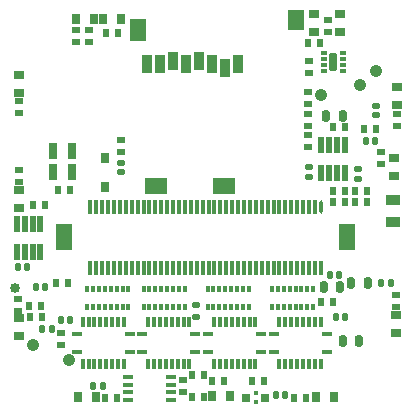
<source format=gbp>
G04 Layer_Color=128*
%FSLAX42Y42*%
%MOMM*%
G71*
G01*
G75*
%ADD65R,0.46X0.46*%
%ADD106R,0.56X0.66*%
%ADD107R,0.66X0.56*%
%ADD112R,0.66X0.66*%
G04:AMPARAMS|DCode=118|XSize=0.66mm|YSize=0.97mm|CornerRadius=0.18mm|HoleSize=0mm|Usage=FLASHONLY|Rotation=180.000|XOffset=0mm|YOffset=0mm|HoleType=Round|Shape=RoundedRectangle|*
%AMROUNDEDRECTD118*
21,1,0.66,0.61,0,0,180.0*
21,1,0.30,0.97,0,0,180.0*
1,1,0.36,-0.15,0.30*
1,1,0.36,0.15,0.30*
1,1,0.36,0.15,-0.30*
1,1,0.36,-0.15,-0.30*
%
%ADD118ROUNDEDRECTD118*%
G04:AMPARAMS|DCode=120|XSize=0.56mm|YSize=0.66mm|CornerRadius=0.15mm|HoleSize=0mm|Usage=FLASHONLY|Rotation=90.000|XOffset=0mm|YOffset=0mm|HoleType=Round|Shape=RoundedRectangle|*
%AMROUNDEDRECTD120*
21,1,0.56,0.36,0,0,90.0*
21,1,0.25,0.66,0,0,90.0*
1,1,0.30,0.18,0.13*
1,1,0.30,0.18,-0.13*
1,1,0.30,-0.18,-0.13*
1,1,0.30,-0.18,0.13*
%
%ADD120ROUNDEDRECTD120*%
G04:AMPARAMS|DCode=121|XSize=0.56mm|YSize=0.66mm|CornerRadius=0.15mm|HoleSize=0mm|Usage=FLASHONLY|Rotation=0.000|XOffset=0mm|YOffset=0mm|HoleType=Round|Shape=RoundedRectangle|*
%AMROUNDEDRECTD121*
21,1,0.56,0.36,0,0,0.0*
21,1,0.25,0.66,0,0,0.0*
1,1,0.30,0.13,-0.18*
1,1,0.30,-0.13,-0.18*
1,1,0.30,-0.13,0.18*
1,1,0.30,0.13,0.18*
%
%ADD121ROUNDEDRECTD121*%
%ADD124R,0.43X0.56*%
%ADD125R,0.30X0.56*%
G04:AMPARAMS|DCode=133|XSize=0.76mm|YSize=1.37mm|CornerRadius=0.2mm|HoleSize=0mm|Usage=FLASHONLY|Rotation=0.000|XOffset=0mm|YOffset=0mm|HoleType=Round|Shape=RoundedRectangle|*
%AMROUNDEDRECTD133*
21,1,0.76,0.97,0,0,0.0*
21,1,0.36,1.37,0,0,0.0*
1,1,0.41,0.18,-0.48*
1,1,0.41,-0.18,-0.48*
1,1,0.41,-0.18,0.48*
1,1,0.41,0.18,0.48*
%
%ADD133ROUNDEDRECTD133*%
%ADD134R,0.56X0.36*%
G04:AMPARAMS|DCode=135|XSize=0.56mm|YSize=0.36mm|CornerRadius=0.09mm|HoleSize=0mm|Usage=FLASHONLY|Rotation=0.000|XOffset=0mm|YOffset=0mm|HoleType=Round|Shape=RoundedRectangle|*
%AMROUNDEDRECTD135*
21,1,0.56,0.18,0,0,0.0*
21,1,0.39,0.36,0,0,0.0*
1,1,0.17,0.19,-0.09*
1,1,0.17,-0.19,-0.09*
1,1,0.17,-0.19,0.09*
1,1,0.17,0.19,0.09*
%
%ADD135ROUNDEDRECTD135*%
G04:AMPARAMS|DCode=136|XSize=0.76mm|YSize=1.47mm|CornerRadius=0.17mm|HoleSize=0mm|Usage=FLASHONLY|Rotation=0.000|XOffset=0mm|YOffset=0mm|HoleType=Round|Shape=RoundedRectangle|*
%AMROUNDEDRECTD136*
21,1,0.76,1.14,0,0,0.0*
21,1,0.43,1.47,0,0,0.0*
1,1,0.34,0.21,-0.57*
1,1,0.34,-0.21,-0.57*
1,1,0.34,-0.21,0.57*
1,1,0.34,0.21,0.57*
%
%ADD136ROUNDEDRECTD136*%
G04:AMPARAMS|DCode=160|XSize=1.07mm|YSize=1.07mm|CornerRadius=0.53mm|HoleSize=0mm|Usage=FLASHONLY|Rotation=180.000|XOffset=0mm|YOffset=0mm|HoleType=Round|Shape=RoundedRectangle|*
%AMROUNDEDRECTD160*
21,1,1.07,0.00,0,0,180.0*
21,1,0.00,1.07,0,0,180.0*
1,1,1.07,0.00,0.00*
1,1,1.07,0.00,0.00*
1,1,1.07,0.00,0.00*
1,1,1.07,0.00,0.00*
%
%ADD160ROUNDEDRECTD160*%
G04:AMPARAMS|DCode=161|XSize=0.85mm|YSize=0.85mm|CornerRadius=0.43mm|HoleSize=0mm|Usage=FLASHONLY|Rotation=180.000|XOffset=0mm|YOffset=0mm|HoleType=Round|Shape=RoundedRectangle|*
%AMROUNDEDRECTD161*
21,1,0.85,0.00,0,0,180.0*
21,1,0.00,0.85,0,0,180.0*
1,1,0.85,0.00,0.00*
1,1,0.85,0.00,0.00*
1,1,0.85,0.00,0.00*
1,1,0.85,0.00,0.00*
%
%ADD161ROUNDEDRECTD161*%
G04:AMPARAMS|DCode=162|XSize=1.07mm|YSize=1.07mm|CornerRadius=0.53mm|HoleSize=0mm|Usage=FLASHONLY|Rotation=90.000|XOffset=0mm|YOffset=0mm|HoleType=Round|Shape=RoundedRectangle|*
%AMROUNDEDRECTD162*
21,1,1.07,0.00,0,0,90.0*
21,1,0.00,1.07,0,0,90.0*
1,1,1.07,0.00,0.00*
1,1,1.07,0.00,0.00*
1,1,1.07,0.00,0.00*
1,1,1.07,0.00,0.00*
%
%ADD162ROUNDEDRECTD162*%
%ADD163R,0.91X0.36*%
%ADD164R,0.36X0.91*%
%ADD165R,1.47X1.96*%
%ADD166R,1.85X1.47*%
%ADD167R,1.47X1.66*%
%ADD168R,0.86X1.57*%
%ADD169R,0.91X0.41*%
%ADD170R,0.66X0.97*%
%ADD171R,0.97X0.66*%
%ADD172R,1.27X0.86*%
%ADD173R,0.30X1.17*%
%ADD174R,1.47X2.16*%
G04:AMPARAMS|DCode=175|XSize=0.3mm|YSize=1.17mm|CornerRadius=0.15mm|HoleSize=0mm|Usage=FLASHONLY|Rotation=180.000|XOffset=0mm|YOffset=0mm|HoleType=Round|Shape=RoundedRectangle|*
%AMROUNDEDRECTD175*
21,1,0.30,0.86,0,0,180.0*
21,1,0.00,1.17,0,0,180.0*
1,1,0.30,0.00,0.43*
1,1,0.30,0.00,0.43*
1,1,0.30,0.00,-0.43*
1,1,0.30,0.00,-0.43*
%
%ADD175ROUNDEDRECTD175*%
%ADD176R,0.48X1.37*%
%ADD177R,0.66X0.86*%
D65*
X4696Y2954D02*
D03*
Y2873D02*
D03*
D106*
X3533Y5997D02*
D03*
X3432D02*
D03*
X5616Y5184D02*
D03*
X5717D02*
D03*
X3523Y2908D02*
D03*
X3422D02*
D03*
X4155Y2916D02*
D03*
X4256D02*
D03*
X5022Y2908D02*
D03*
X5122D02*
D03*
X5349Y4661D02*
D03*
X5450D02*
D03*
X5349Y4572D02*
D03*
X5450D02*
D03*
X5641D02*
D03*
X5541D02*
D03*
X5641Y4661D02*
D03*
X5541D02*
D03*
X2812Y4544D02*
D03*
X2913D02*
D03*
X5352Y5204D02*
D03*
X5453D02*
D03*
X4666Y3056D02*
D03*
X4767D02*
D03*
X2781Y3691D02*
D03*
X2882D02*
D03*
X5143Y5916D02*
D03*
X5244D02*
D03*
X4156Y3101D02*
D03*
X4257D02*
D03*
X2883Y3599D02*
D03*
X2782D02*
D03*
X4326Y3053D02*
D03*
X4426D02*
D03*
X3122Y4671D02*
D03*
X3021D02*
D03*
X3106Y3884D02*
D03*
X3006D02*
D03*
X5352Y3721D02*
D03*
X5251D02*
D03*
D107*
X3051Y3356D02*
D03*
X3051Y3457D02*
D03*
X5311Y6109D02*
D03*
Y6008D02*
D03*
X2690Y5326D02*
D03*
Y5427D02*
D03*
Y4839D02*
D03*
Y4738D02*
D03*
X2680Y3752D02*
D03*
Y3651D02*
D03*
X5880Y3782D02*
D03*
Y3681D02*
D03*
X5753Y4991D02*
D03*
Y4890D02*
D03*
X5890Y5215D02*
D03*
Y5315D02*
D03*
X3178Y6027D02*
D03*
Y5927D02*
D03*
X4084Y2960D02*
D03*
Y3061D02*
D03*
X3289Y6027D02*
D03*
Y5927D02*
D03*
X5138Y5499D02*
D03*
Y5398D02*
D03*
Y5133D02*
D03*
Y5033D02*
D03*
Y5316D02*
D03*
Y5215D02*
D03*
X5149Y5763D02*
D03*
Y5662D02*
D03*
X3553Y5095D02*
D03*
Y4994D02*
D03*
D112*
X4615Y2913D02*
D03*
X4776D02*
D03*
D118*
X5645Y3884D02*
D03*
X5505D02*
D03*
X5412Y3853D02*
D03*
X5272D02*
D03*
X5574Y3396D02*
D03*
X5434D02*
D03*
X5432Y5296D02*
D03*
X5292D02*
D03*
D120*
X5565Y4768D02*
D03*
Y4848D02*
D03*
X5718Y5384D02*
D03*
Y5304D02*
D03*
X4194Y3600D02*
D03*
Y3700D02*
D03*
X5144Y4863D02*
D03*
Y4783D02*
D03*
X3553Y4822D02*
D03*
Y4902D02*
D03*
D121*
X5707Y5083D02*
D03*
X5627D02*
D03*
X5839Y3884D02*
D03*
X5759D02*
D03*
X5402Y3955D02*
D03*
X5322D02*
D03*
X2680Y4016D02*
D03*
X2760D02*
D03*
X3400Y3010D02*
D03*
X3320D02*
D03*
X3046Y3569D02*
D03*
X3126D02*
D03*
X2971Y3498D02*
D03*
X2891D02*
D03*
X5373Y3599D02*
D03*
X5453D02*
D03*
X2913Y3853D02*
D03*
X2833D02*
D03*
X4865Y2939D02*
D03*
X4945D02*
D03*
D124*
X5184Y3833D02*
D03*
X4834D02*
D03*
Y3682D02*
D03*
X5184D02*
D03*
X4640Y3833D02*
D03*
X4290D02*
D03*
Y3682D02*
D03*
X4640D02*
D03*
X3619Y3835D02*
D03*
X3269D02*
D03*
Y3684D02*
D03*
X3619D02*
D03*
X4097Y3835D02*
D03*
X3747D02*
D03*
Y3684D02*
D03*
X4097D02*
D03*
D125*
X5134Y3833D02*
D03*
X5084D02*
D03*
X5034D02*
D03*
X4983D02*
D03*
X4933D02*
D03*
X4882D02*
D03*
Y3682D02*
D03*
X4933D02*
D03*
X4983D02*
D03*
X5034D02*
D03*
X5084D02*
D03*
X5134D02*
D03*
X4590Y3833D02*
D03*
X4540D02*
D03*
X4490D02*
D03*
X4440D02*
D03*
X4389D02*
D03*
X4338D02*
D03*
Y3682D02*
D03*
X4389D02*
D03*
X4440D02*
D03*
X4490D02*
D03*
X4540D02*
D03*
X4590D02*
D03*
X3569Y3835D02*
D03*
X3519D02*
D03*
X3469D02*
D03*
X3419D02*
D03*
X3368D02*
D03*
X3317D02*
D03*
Y3684D02*
D03*
X3368D02*
D03*
X3419D02*
D03*
X3469D02*
D03*
X3519D02*
D03*
X3569D02*
D03*
X4047Y3835D02*
D03*
X3997D02*
D03*
X3947D02*
D03*
X3896D02*
D03*
X3846D02*
D03*
X3795D02*
D03*
Y3684D02*
D03*
X3846D02*
D03*
X3896D02*
D03*
X3947D02*
D03*
X3997D02*
D03*
X4047D02*
D03*
D133*
X2983Y5004D02*
D03*
X3143Y5004D02*
D03*
X2983Y4821D02*
D03*
X3143Y4821D02*
D03*
D134*
X5272Y5677D02*
D03*
D135*
X5433D02*
D03*
Y5728D02*
D03*
Y5778D02*
D03*
Y5828D02*
D03*
X5272D02*
D03*
Y5778D02*
D03*
Y5728D02*
D03*
D136*
X5352Y5753D02*
D03*
D160*
X3114Y3231D02*
D03*
X2807Y3355D02*
D03*
X5578Y5563D02*
D03*
X5248Y5474D02*
D03*
D161*
X2657Y3843D02*
D03*
D162*
X5718Y5677D02*
D03*
D163*
X3632Y3301D02*
D03*
Y3452D02*
D03*
X3181D02*
D03*
Y3301D02*
D03*
X4186D02*
D03*
Y3452D02*
D03*
X3735D02*
D03*
Y3301D02*
D03*
X5298D02*
D03*
Y3452D02*
D03*
X4847D02*
D03*
Y3301D02*
D03*
X4745D02*
D03*
Y3452D02*
D03*
X4294D02*
D03*
Y3301D02*
D03*
D164*
X3581Y3551D02*
D03*
X3533D02*
D03*
X3482D02*
D03*
X3432D02*
D03*
X3381D02*
D03*
X3331D02*
D03*
X3281D02*
D03*
X3231D02*
D03*
Y3201D02*
D03*
X3281D02*
D03*
X3331D02*
D03*
X3381D02*
D03*
X3432D02*
D03*
X3482D02*
D03*
X3533D02*
D03*
X3581D02*
D03*
X4135Y3551D02*
D03*
X4087D02*
D03*
X4036D02*
D03*
X3985D02*
D03*
X3935D02*
D03*
X3885D02*
D03*
X3835D02*
D03*
X3785D02*
D03*
Y3201D02*
D03*
X3835D02*
D03*
X3885D02*
D03*
X3935D02*
D03*
X3985D02*
D03*
X4036D02*
D03*
X4087D02*
D03*
X4135D02*
D03*
X5248Y3551D02*
D03*
X5199D02*
D03*
X5149D02*
D03*
X5098D02*
D03*
X5047D02*
D03*
X4997D02*
D03*
X4947D02*
D03*
X4897D02*
D03*
Y3201D02*
D03*
X4947D02*
D03*
X4997D02*
D03*
X5047D02*
D03*
X5098D02*
D03*
X5149D02*
D03*
X5199D02*
D03*
X5248D02*
D03*
X4694Y3551D02*
D03*
X4646D02*
D03*
X4595D02*
D03*
X4544D02*
D03*
X4494D02*
D03*
X4444D02*
D03*
X4394D02*
D03*
X4344D02*
D03*
Y3201D02*
D03*
X4394D02*
D03*
X4444D02*
D03*
X4494D02*
D03*
X4544D02*
D03*
X4595D02*
D03*
X4646D02*
D03*
X4694D02*
D03*
D165*
X3696Y6025D02*
D03*
D166*
X3856Y4709D02*
D03*
X4426D02*
D03*
D167*
X5036Y6114D02*
D03*
D168*
X3774Y5740D02*
D03*
X3884D02*
D03*
X3993Y5761D02*
D03*
X4105Y5740D02*
D03*
X4214Y5761D02*
D03*
X4323Y5740D02*
D03*
X4435Y5700D02*
D03*
X4545Y5740D02*
D03*
D169*
X3619Y3022D02*
D03*
X3975D02*
D03*
X3619Y2957D02*
D03*
Y2891D02*
D03*
X3975Y2957D02*
D03*
Y2891D02*
D03*
Y3087D02*
D03*
X3619D02*
D03*
D170*
X3406Y6119D02*
D03*
X3557D02*
D03*
X3345Y2918D02*
D03*
X3194D02*
D03*
X4328Y2929D02*
D03*
X4479D02*
D03*
X5207Y2918D02*
D03*
X5358D02*
D03*
X3174Y6119D02*
D03*
X3325D02*
D03*
D171*
X5413Y6007D02*
D03*
Y6158D02*
D03*
X2690Y5494D02*
D03*
Y5645D02*
D03*
Y4671D02*
D03*
Y4520D02*
D03*
X2692Y3584D02*
D03*
Y3433D02*
D03*
X5880Y3614D02*
D03*
Y3463D02*
D03*
X5870Y4945D02*
D03*
Y4794D02*
D03*
X5890Y5392D02*
D03*
Y5544D02*
D03*
X5189Y6011D02*
D03*
Y6162D02*
D03*
D172*
X5860Y4585D02*
D03*
Y4403D02*
D03*
D173*
X3297Y4010D02*
D03*
Y4531D02*
D03*
X3345Y4010D02*
D03*
Y4531D02*
D03*
X3396Y4010D02*
D03*
Y4531D02*
D03*
X3447Y4010D02*
D03*
Y4531D02*
D03*
X3495Y4010D02*
D03*
Y4531D02*
D03*
X3546Y4010D02*
D03*
Y4531D02*
D03*
X3597Y4010D02*
D03*
Y4531D02*
D03*
X3645Y4010D02*
D03*
Y4531D02*
D03*
X3696Y4010D02*
D03*
Y4531D02*
D03*
X3747Y4010D02*
D03*
Y4531D02*
D03*
X3795D02*
D03*
X3846D02*
D03*
X3896D02*
D03*
X3947D02*
D03*
X3995D02*
D03*
X4046D02*
D03*
X4097D02*
D03*
X4145D02*
D03*
X4196D02*
D03*
X4247D02*
D03*
X4297D02*
D03*
X4347D02*
D03*
X4397D02*
D03*
X4447D02*
D03*
X4497D02*
D03*
X4547D02*
D03*
X4597D02*
D03*
X4647D02*
D03*
X4697D02*
D03*
X4747D02*
D03*
X4797D02*
D03*
X4847D02*
D03*
X4897D02*
D03*
X4947D02*
D03*
X4997D02*
D03*
X5047D02*
D03*
X5097D02*
D03*
X5147D02*
D03*
X5197D02*
D03*
X3795Y4010D02*
D03*
X3846D02*
D03*
X3896D02*
D03*
X3947D02*
D03*
X3995D02*
D03*
X4046D02*
D03*
X4097D02*
D03*
X4145D02*
D03*
X4196D02*
D03*
X4247D02*
D03*
X4297D02*
D03*
X4347D02*
D03*
X4397D02*
D03*
X4447D02*
D03*
X4497D02*
D03*
X4547D02*
D03*
X4597D02*
D03*
X4647D02*
D03*
X4697D02*
D03*
X4747D02*
D03*
X4797D02*
D03*
X4847D02*
D03*
X4897D02*
D03*
X4947D02*
D03*
X4997D02*
D03*
X5047D02*
D03*
X5097D02*
D03*
X5147D02*
D03*
X5197D02*
D03*
X5247D02*
D03*
D174*
X3071Y4270D02*
D03*
X5472D02*
D03*
D175*
X5247Y4531D02*
D03*
D176*
X2874Y4384D02*
D03*
X2809D02*
D03*
X2743D02*
D03*
X2677D02*
D03*
Y4147D02*
D03*
X2743D02*
D03*
X2809D02*
D03*
X2874D02*
D03*
X5449Y5050D02*
D03*
X5384D02*
D03*
X5319D02*
D03*
X5253D02*
D03*
Y4813D02*
D03*
X5319D02*
D03*
X5384D02*
D03*
X5449D02*
D03*
D177*
X3424Y4694D02*
D03*
Y4946D02*
D03*
M02*

</source>
